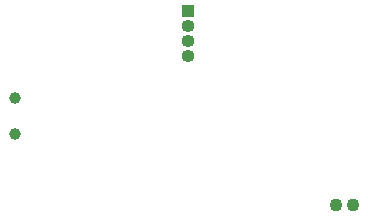
<source format=gbr>
%TF.GenerationSoftware,KiCad,Pcbnew,(5.1.6)-1*%
%TF.CreationDate,2020-12-07T17:57:15+08:00*%
%TF.ProjectId,A1.0,41312e30-2e6b-4696-9361-645f70636258,rev?*%
%TF.SameCoordinates,Original*%
%TF.FileFunction,Soldermask,Bot*%
%TF.FilePolarity,Negative*%
%FSLAX46Y46*%
G04 Gerber Fmt 4.6, Leading zero omitted, Abs format (unit mm)*
G04 Created by KiCad (PCBNEW (5.1.6)-1) date 2020-12-07 17:57:15*
%MOMM*%
%LPD*%
G01*
G04 APERTURE LIST*
%ADD10C,1.000000*%
%ADD11C,1.100000*%
%ADD12O,1.100000X1.100000*%
%ADD13R,1.100000X1.100000*%
G04 APERTURE END LIST*
D10*
%TO.C,SW1*%
X16033500Y-30202000D03*
X16033500Y-27202000D03*
%TD*%
D11*
%TO.C,MK1*%
X44642000Y-36264000D03*
X43242000Y-36264000D03*
%TD*%
D12*
%TO.C,J3*%
X30734000Y-23582000D03*
X30734000Y-22332000D03*
X30734000Y-21082000D03*
D13*
X30734000Y-19832000D03*
%TD*%
M02*

</source>
